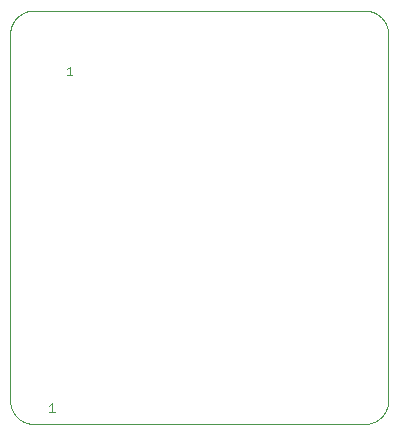
<source format=gbo>
G75*
%MOIN*%
%OFA0B0*%
%FSLAX25Y25*%
%IPPOS*%
%LPD*%
%AMOC8*
5,1,8,0,0,1.08239X$1,22.5*
%
%ADD10C,0.00400*%
D10*
X0001487Y0009174D02*
X0001487Y0131221D01*
X0001489Y0131414D01*
X0001496Y0131607D01*
X0001508Y0131800D01*
X0001525Y0131993D01*
X0001546Y0132185D01*
X0001572Y0132376D01*
X0001603Y0132567D01*
X0001638Y0132757D01*
X0001678Y0132946D01*
X0001723Y0133134D01*
X0001772Y0133321D01*
X0001826Y0133507D01*
X0001884Y0133691D01*
X0001947Y0133874D01*
X0002015Y0134055D01*
X0002086Y0134234D01*
X0002163Y0134412D01*
X0002243Y0134588D01*
X0002328Y0134761D01*
X0002417Y0134933D01*
X0002510Y0135102D01*
X0002607Y0135269D01*
X0002709Y0135434D01*
X0002814Y0135596D01*
X0002923Y0135755D01*
X0003037Y0135912D01*
X0003154Y0136065D01*
X0003274Y0136216D01*
X0003399Y0136364D01*
X0003527Y0136509D01*
X0003658Y0136650D01*
X0003793Y0136789D01*
X0003932Y0136924D01*
X0004073Y0137055D01*
X0004218Y0137183D01*
X0004366Y0137308D01*
X0004517Y0137428D01*
X0004670Y0137545D01*
X0004827Y0137659D01*
X0004986Y0137768D01*
X0005148Y0137873D01*
X0005313Y0137975D01*
X0005480Y0138072D01*
X0005649Y0138165D01*
X0005821Y0138254D01*
X0005994Y0138339D01*
X0006170Y0138419D01*
X0006348Y0138496D01*
X0006527Y0138567D01*
X0006708Y0138635D01*
X0006891Y0138698D01*
X0007075Y0138756D01*
X0007261Y0138810D01*
X0007448Y0138859D01*
X0007636Y0138904D01*
X0007825Y0138944D01*
X0008015Y0138979D01*
X0008206Y0139010D01*
X0008397Y0139036D01*
X0008589Y0139057D01*
X0008782Y0139074D01*
X0008975Y0139086D01*
X0009168Y0139093D01*
X0009361Y0139095D01*
X0119660Y0139095D01*
X0119850Y0139093D01*
X0120040Y0139086D01*
X0120230Y0139074D01*
X0120420Y0139058D01*
X0120609Y0139038D01*
X0120798Y0139012D01*
X0120986Y0138983D01*
X0121173Y0138948D01*
X0121359Y0138909D01*
X0121544Y0138866D01*
X0121729Y0138818D01*
X0121912Y0138766D01*
X0122093Y0138710D01*
X0122273Y0138649D01*
X0122452Y0138583D01*
X0122629Y0138514D01*
X0122805Y0138440D01*
X0122978Y0138362D01*
X0123150Y0138279D01*
X0123319Y0138193D01*
X0123487Y0138103D01*
X0123652Y0138008D01*
X0123815Y0137910D01*
X0123975Y0137807D01*
X0124133Y0137701D01*
X0124288Y0137591D01*
X0124441Y0137478D01*
X0124591Y0137360D01*
X0124737Y0137239D01*
X0124881Y0137115D01*
X0125022Y0136987D01*
X0125160Y0136856D01*
X0125295Y0136721D01*
X0125426Y0136583D01*
X0125554Y0136442D01*
X0125678Y0136298D01*
X0125799Y0136152D01*
X0125917Y0136002D01*
X0126030Y0135849D01*
X0126140Y0135694D01*
X0126246Y0135536D01*
X0126349Y0135376D01*
X0126447Y0135213D01*
X0126542Y0135048D01*
X0126632Y0134880D01*
X0126718Y0134711D01*
X0126801Y0134539D01*
X0126879Y0134366D01*
X0126953Y0134190D01*
X0127022Y0134013D01*
X0127088Y0133834D01*
X0127149Y0133654D01*
X0127205Y0133473D01*
X0127257Y0133290D01*
X0127305Y0133105D01*
X0127348Y0132920D01*
X0127387Y0132734D01*
X0127422Y0132547D01*
X0127451Y0132359D01*
X0127477Y0132170D01*
X0127497Y0131981D01*
X0127513Y0131791D01*
X0127525Y0131601D01*
X0127532Y0131411D01*
X0127534Y0131221D01*
X0127534Y0009174D01*
X0127532Y0008984D01*
X0127525Y0008794D01*
X0127513Y0008604D01*
X0127497Y0008414D01*
X0127477Y0008225D01*
X0127451Y0008036D01*
X0127422Y0007848D01*
X0127387Y0007661D01*
X0127348Y0007475D01*
X0127305Y0007290D01*
X0127257Y0007105D01*
X0127205Y0006922D01*
X0127149Y0006741D01*
X0127088Y0006561D01*
X0127022Y0006382D01*
X0126953Y0006205D01*
X0126879Y0006029D01*
X0126801Y0005856D01*
X0126718Y0005684D01*
X0126632Y0005515D01*
X0126542Y0005347D01*
X0126447Y0005182D01*
X0126349Y0005019D01*
X0126246Y0004859D01*
X0126140Y0004701D01*
X0126030Y0004546D01*
X0125917Y0004393D01*
X0125799Y0004243D01*
X0125678Y0004097D01*
X0125554Y0003953D01*
X0125426Y0003812D01*
X0125295Y0003674D01*
X0125160Y0003539D01*
X0125022Y0003408D01*
X0124881Y0003280D01*
X0124737Y0003156D01*
X0124591Y0003035D01*
X0124441Y0002917D01*
X0124288Y0002804D01*
X0124133Y0002694D01*
X0123975Y0002588D01*
X0123815Y0002485D01*
X0123652Y0002387D01*
X0123487Y0002292D01*
X0123319Y0002202D01*
X0123150Y0002116D01*
X0122978Y0002033D01*
X0122805Y0001955D01*
X0122629Y0001881D01*
X0122452Y0001812D01*
X0122273Y0001746D01*
X0122093Y0001685D01*
X0121912Y0001629D01*
X0121729Y0001577D01*
X0121544Y0001529D01*
X0121359Y0001486D01*
X0121173Y0001447D01*
X0120986Y0001412D01*
X0120798Y0001383D01*
X0120609Y0001357D01*
X0120420Y0001337D01*
X0120230Y0001321D01*
X0120040Y0001309D01*
X0119850Y0001302D01*
X0119660Y0001300D01*
X0009361Y0001300D01*
X0014514Y0005437D02*
X0016382Y0005437D01*
X0015448Y0005437D02*
X0015448Y0008239D01*
X0014514Y0007305D01*
X0009361Y0001300D02*
X0009171Y0001302D01*
X0008981Y0001309D01*
X0008791Y0001321D01*
X0008601Y0001337D01*
X0008412Y0001357D01*
X0008223Y0001383D01*
X0008035Y0001412D01*
X0007848Y0001447D01*
X0007662Y0001486D01*
X0007477Y0001529D01*
X0007292Y0001577D01*
X0007109Y0001629D01*
X0006928Y0001685D01*
X0006748Y0001746D01*
X0006569Y0001812D01*
X0006392Y0001881D01*
X0006216Y0001955D01*
X0006043Y0002033D01*
X0005871Y0002116D01*
X0005702Y0002202D01*
X0005534Y0002292D01*
X0005369Y0002387D01*
X0005206Y0002485D01*
X0005046Y0002588D01*
X0004888Y0002694D01*
X0004733Y0002804D01*
X0004580Y0002917D01*
X0004430Y0003035D01*
X0004284Y0003156D01*
X0004140Y0003280D01*
X0003999Y0003408D01*
X0003861Y0003539D01*
X0003726Y0003674D01*
X0003595Y0003812D01*
X0003467Y0003953D01*
X0003343Y0004097D01*
X0003222Y0004243D01*
X0003104Y0004393D01*
X0002991Y0004546D01*
X0002881Y0004701D01*
X0002775Y0004859D01*
X0002672Y0005019D01*
X0002574Y0005182D01*
X0002479Y0005347D01*
X0002389Y0005515D01*
X0002303Y0005684D01*
X0002220Y0005856D01*
X0002142Y0006029D01*
X0002068Y0006205D01*
X0001999Y0006382D01*
X0001933Y0006561D01*
X0001872Y0006741D01*
X0001816Y0006922D01*
X0001764Y0007105D01*
X0001716Y0007290D01*
X0001673Y0007475D01*
X0001634Y0007661D01*
X0001599Y0007848D01*
X0001570Y0008036D01*
X0001544Y0008225D01*
X0001524Y0008414D01*
X0001508Y0008604D01*
X0001496Y0008794D01*
X0001489Y0008984D01*
X0001487Y0009174D01*
X0020419Y0117642D02*
X0022288Y0117642D01*
X0021354Y0117642D02*
X0021354Y0120444D01*
X0020419Y0119510D01*
M02*

</source>
